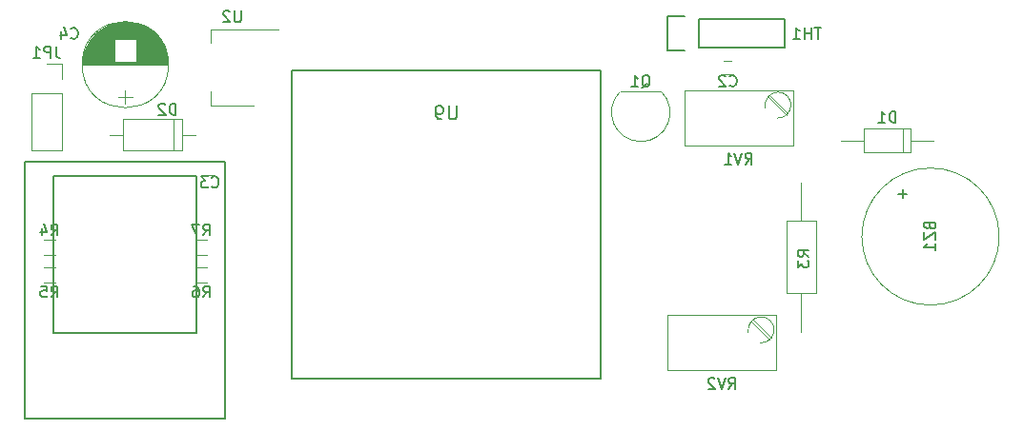
<source format=gbo>
G04 #@! TF.FileFunction,Legend,Bot*
%FSLAX46Y46*%
G04 Gerber Fmt 4.6, Leading zero omitted, Abs format (unit mm)*
G04 Created by KiCad (PCBNEW 4.0.7) date 08/13/18 20:02:33*
%MOMM*%
%LPD*%
G01*
G04 APERTURE LIST*
%ADD10C,0.100000*%
%ADD11C,0.120000*%
%ADD12C,0.150000*%
G04 APERTURE END LIST*
D10*
D11*
X99100000Y-20050000D02*
G75*
G03X99100000Y-20050000I-6100000J0D01*
G01*
X74650000Y-5600000D02*
X75350000Y-5600000D01*
X75350000Y-4400000D02*
X74650000Y-4400000D01*
X28650000Y-14600000D02*
X29350000Y-14600000D01*
X29350000Y-13400000D02*
X28650000Y-13400000D01*
X25340000Y-4750000D02*
G75*
G03X25340000Y-4750000I-3840000J0D01*
G01*
X25300000Y-4750000D02*
X17700000Y-4750000D01*
X25300000Y-4710000D02*
X17700000Y-4710000D01*
X25300000Y-4670000D02*
X17700000Y-4670000D01*
X25299000Y-4630000D02*
X17701000Y-4630000D01*
X25297000Y-4590000D02*
X17703000Y-4590000D01*
X25295000Y-4550000D02*
X17705000Y-4550000D01*
X25293000Y-4510000D02*
X17707000Y-4510000D01*
X25290000Y-4470000D02*
X22480000Y-4470000D01*
X20520000Y-4470000D02*
X17710000Y-4470000D01*
X25287000Y-4430000D02*
X22480000Y-4430000D01*
X20520000Y-4430000D02*
X17713000Y-4430000D01*
X25284000Y-4390000D02*
X22480000Y-4390000D01*
X20520000Y-4390000D02*
X17716000Y-4390000D01*
X25280000Y-4350000D02*
X22480000Y-4350000D01*
X20520000Y-4350000D02*
X17720000Y-4350000D01*
X25275000Y-4310000D02*
X22480000Y-4310000D01*
X20520000Y-4310000D02*
X17725000Y-4310000D01*
X25270000Y-4270000D02*
X22480000Y-4270000D01*
X20520000Y-4270000D02*
X17730000Y-4270000D01*
X25265000Y-4230000D02*
X22480000Y-4230000D01*
X20520000Y-4230000D02*
X17735000Y-4230000D01*
X25259000Y-4190000D02*
X22480000Y-4190000D01*
X20520000Y-4190000D02*
X17741000Y-4190000D01*
X25253000Y-4150000D02*
X22480000Y-4150000D01*
X20520000Y-4150000D02*
X17747000Y-4150000D01*
X25247000Y-4110000D02*
X22480000Y-4110000D01*
X20520000Y-4110000D02*
X17753000Y-4110000D01*
X25240000Y-4070000D02*
X22480000Y-4070000D01*
X20520000Y-4070000D02*
X17760000Y-4070000D01*
X25232000Y-4029000D02*
X22480000Y-4029000D01*
X20520000Y-4029000D02*
X17768000Y-4029000D01*
X25225000Y-3989000D02*
X22480000Y-3989000D01*
X20520000Y-3989000D02*
X17775000Y-3989000D01*
X25216000Y-3949000D02*
X22480000Y-3949000D01*
X20520000Y-3949000D02*
X17784000Y-3949000D01*
X25207000Y-3909000D02*
X22480000Y-3909000D01*
X20520000Y-3909000D02*
X17793000Y-3909000D01*
X25198000Y-3869000D02*
X22480000Y-3869000D01*
X20520000Y-3869000D02*
X17802000Y-3869000D01*
X25189000Y-3829000D02*
X22480000Y-3829000D01*
X20520000Y-3829000D02*
X17811000Y-3829000D01*
X25179000Y-3789000D02*
X22480000Y-3789000D01*
X20520000Y-3789000D02*
X17821000Y-3789000D01*
X25168000Y-3749000D02*
X22480000Y-3749000D01*
X20520000Y-3749000D02*
X17832000Y-3749000D01*
X25157000Y-3709000D02*
X22480000Y-3709000D01*
X20520000Y-3709000D02*
X17843000Y-3709000D01*
X25145000Y-3669000D02*
X22480000Y-3669000D01*
X20520000Y-3669000D02*
X17855000Y-3669000D01*
X25134000Y-3629000D02*
X22480000Y-3629000D01*
X20520000Y-3629000D02*
X17866000Y-3629000D01*
X25121000Y-3589000D02*
X22480000Y-3589000D01*
X20520000Y-3589000D02*
X17879000Y-3589000D01*
X25108000Y-3549000D02*
X22480000Y-3549000D01*
X20520000Y-3549000D02*
X17892000Y-3549000D01*
X25095000Y-3509000D02*
X22480000Y-3509000D01*
X20520000Y-3509000D02*
X17905000Y-3509000D01*
X25081000Y-3469000D02*
X22480000Y-3469000D01*
X20520000Y-3469000D02*
X17919000Y-3469000D01*
X25066000Y-3429000D02*
X22480000Y-3429000D01*
X20520000Y-3429000D02*
X17934000Y-3429000D01*
X25052000Y-3389000D02*
X22480000Y-3389000D01*
X20520000Y-3389000D02*
X17948000Y-3389000D01*
X25036000Y-3349000D02*
X22480000Y-3349000D01*
X20520000Y-3349000D02*
X17964000Y-3349000D01*
X25020000Y-3309000D02*
X22480000Y-3309000D01*
X20520000Y-3309000D02*
X17980000Y-3309000D01*
X25004000Y-3269000D02*
X22480000Y-3269000D01*
X20520000Y-3269000D02*
X17996000Y-3269000D01*
X24987000Y-3229000D02*
X22480000Y-3229000D01*
X20520000Y-3229000D02*
X18013000Y-3229000D01*
X24969000Y-3189000D02*
X22480000Y-3189000D01*
X20520000Y-3189000D02*
X18031000Y-3189000D01*
X24951000Y-3149000D02*
X22480000Y-3149000D01*
X20520000Y-3149000D02*
X18049000Y-3149000D01*
X24933000Y-3109000D02*
X22480000Y-3109000D01*
X20520000Y-3109000D02*
X18067000Y-3109000D01*
X24913000Y-3069000D02*
X22480000Y-3069000D01*
X20520000Y-3069000D02*
X18087000Y-3069000D01*
X24894000Y-3029000D02*
X22480000Y-3029000D01*
X20520000Y-3029000D02*
X18106000Y-3029000D01*
X24873000Y-2989000D02*
X22480000Y-2989000D01*
X20520000Y-2989000D02*
X18127000Y-2989000D01*
X24852000Y-2949000D02*
X22480000Y-2949000D01*
X20520000Y-2949000D02*
X18148000Y-2949000D01*
X24831000Y-2909000D02*
X22480000Y-2909000D01*
X20520000Y-2909000D02*
X18169000Y-2909000D01*
X24809000Y-2869000D02*
X22480000Y-2869000D01*
X20520000Y-2869000D02*
X18191000Y-2869000D01*
X24786000Y-2829000D02*
X22480000Y-2829000D01*
X20520000Y-2829000D02*
X18214000Y-2829000D01*
X24763000Y-2789000D02*
X22480000Y-2789000D01*
X20520000Y-2789000D02*
X18237000Y-2789000D01*
X24739000Y-2749000D02*
X22480000Y-2749000D01*
X20520000Y-2749000D02*
X18261000Y-2749000D01*
X24714000Y-2709000D02*
X22480000Y-2709000D01*
X20520000Y-2709000D02*
X18286000Y-2709000D01*
X24688000Y-2669000D02*
X22480000Y-2669000D01*
X20520000Y-2669000D02*
X18312000Y-2669000D01*
X24662000Y-2629000D02*
X22480000Y-2629000D01*
X20520000Y-2629000D02*
X18338000Y-2629000D01*
X24635000Y-2589000D02*
X22480000Y-2589000D01*
X20520000Y-2589000D02*
X18365000Y-2589000D01*
X24608000Y-2549000D02*
X22480000Y-2549000D01*
X20520000Y-2549000D02*
X18392000Y-2549000D01*
X24579000Y-2509000D02*
X18421000Y-2509000D01*
X24550000Y-2469000D02*
X18450000Y-2469000D01*
X24520000Y-2429000D02*
X18480000Y-2429000D01*
X24490000Y-2389000D02*
X18510000Y-2389000D01*
X24458000Y-2349000D02*
X18542000Y-2349000D01*
X24426000Y-2309000D02*
X18574000Y-2309000D01*
X24392000Y-2269000D02*
X18608000Y-2269000D01*
X24358000Y-2229000D02*
X18642000Y-2229000D01*
X24323000Y-2189000D02*
X18677000Y-2189000D01*
X24286000Y-2149000D02*
X18714000Y-2149000D01*
X24249000Y-2109000D02*
X18751000Y-2109000D01*
X24211000Y-2069000D02*
X18789000Y-2069000D01*
X24171000Y-2029000D02*
X18829000Y-2029000D01*
X24130000Y-1989000D02*
X18870000Y-1989000D01*
X24088000Y-1949000D02*
X18912000Y-1949000D01*
X24045000Y-1909000D02*
X18955000Y-1909000D01*
X24000000Y-1869000D02*
X19000000Y-1869000D01*
X23954000Y-1829000D02*
X19046000Y-1829000D01*
X23907000Y-1789000D02*
X19093000Y-1789000D01*
X23857000Y-1749000D02*
X19143000Y-1749000D01*
X23807000Y-1709000D02*
X19193000Y-1709000D01*
X23754000Y-1669000D02*
X19246000Y-1669000D01*
X23699000Y-1629000D02*
X19301000Y-1629000D01*
X23642000Y-1589000D02*
X19358000Y-1589000D01*
X23583000Y-1549000D02*
X19417000Y-1549000D01*
X23522000Y-1509000D02*
X19478000Y-1509000D01*
X23457000Y-1469000D02*
X19543000Y-1469000D01*
X23390000Y-1429000D02*
X19610000Y-1429000D01*
X23320000Y-1389000D02*
X19680000Y-1389000D01*
X23245000Y-1349000D02*
X19755000Y-1349000D01*
X23167000Y-1309000D02*
X19833000Y-1309000D01*
X23084000Y-1269000D02*
X19916000Y-1269000D01*
X22995000Y-1229000D02*
X20005000Y-1229000D01*
X22900000Y-1189000D02*
X20100000Y-1189000D01*
X22797000Y-1149000D02*
X20203000Y-1149000D01*
X22684000Y-1109000D02*
X20316000Y-1109000D01*
X22557000Y-1069000D02*
X20443000Y-1069000D01*
X22413000Y-1029000D02*
X20587000Y-1029000D01*
X22240000Y-989000D02*
X20760000Y-989000D01*
X22013000Y-949000D02*
X20987000Y-949000D01*
X21500000Y-8200000D02*
X21500000Y-7000000D01*
X22150000Y-7600000D02*
X20850000Y-7600000D01*
X91230000Y-10440000D02*
X91230000Y-12560000D01*
X91230000Y-12560000D02*
X87110000Y-12560000D01*
X87110000Y-12560000D02*
X87110000Y-10440000D01*
X87110000Y-10440000D02*
X91230000Y-10440000D01*
X93270000Y-11500000D02*
X91230000Y-11500000D01*
X85070000Y-11500000D02*
X87110000Y-11500000D01*
X90570000Y-10440000D02*
X90570000Y-12560000D01*
X15830000Y-12410000D02*
X13170000Y-12410000D01*
X15830000Y-7270000D02*
X15830000Y-12410000D01*
X13170000Y-7270000D02*
X13170000Y-12410000D01*
X15830000Y-7270000D02*
X13170000Y-7270000D01*
X15830000Y-6000000D02*
X15830000Y-4670000D01*
X15830000Y-4670000D02*
X14500000Y-4670000D01*
X65470000Y-7150000D02*
X69070000Y-7150000D01*
X65431522Y-7161522D02*
G75*
G03X67270000Y-11600000I1838478J-1838478D01*
G01*
X69108478Y-7161522D02*
G75*
G02X67270000Y-11600000I-1838478J-1838478D01*
G01*
X82810000Y-25090000D02*
X80190000Y-25090000D01*
X80190000Y-25090000D02*
X80190000Y-18670000D01*
X80190000Y-18670000D02*
X82810000Y-18670000D01*
X82810000Y-18670000D02*
X82810000Y-25090000D01*
X81500000Y-28520000D02*
X81500000Y-25090000D01*
X81500000Y-15240000D02*
X81500000Y-18670000D01*
X14250000Y-21680000D02*
X15250000Y-21680000D01*
X15250000Y-20320000D02*
X14250000Y-20320000D01*
X14250000Y-24180000D02*
X15250000Y-24180000D01*
X15250000Y-22820000D02*
X14250000Y-22820000D01*
X28750000Y-22820000D02*
X27750000Y-22820000D01*
X27750000Y-24180000D02*
X28750000Y-24180000D01*
X28750000Y-20320000D02*
X27750000Y-20320000D01*
X27750000Y-21680000D02*
X28750000Y-21680000D01*
X79414691Y-9504296D02*
G75*
G03X79455000Y-7195000I40309J1154296D01*
G01*
X79475121Y-7195948D02*
G75*
G03X78326000Y-8590000I-20121J-1154052D01*
G01*
X71135000Y-11970000D02*
X80785000Y-11970000D01*
X71135000Y-7019000D02*
X80785000Y-7019000D01*
X71135000Y-11970000D02*
X71135000Y-7019000D01*
X80785000Y-11970000D02*
X80785000Y-7019000D01*
X80331000Y-9084000D02*
X78720000Y-7474000D01*
X80191000Y-9225000D02*
X78579000Y-7615000D01*
X77914691Y-29504296D02*
G75*
G03X77955000Y-27195000I40309J1154296D01*
G01*
X77975121Y-27195948D02*
G75*
G03X76826000Y-28590000I-20121J-1154052D01*
G01*
X69635000Y-31970000D02*
X79285000Y-31970000D01*
X69635000Y-27019000D02*
X79285000Y-27019000D01*
X69635000Y-31970000D02*
X69635000Y-27019000D01*
X79285000Y-31970000D02*
X79285000Y-27019000D01*
X78831000Y-29084000D02*
X77220000Y-27474000D01*
X78691000Y-29225000D02*
X77079000Y-27615000D01*
D12*
X72460000Y-730000D02*
X72460000Y-3270000D01*
X80080000Y-730000D02*
X72460000Y-730000D01*
X80080000Y-3270000D02*
X80080000Y-730000D01*
X72460000Y-3270000D02*
X80080000Y-3270000D01*
X69666000Y-476000D02*
X71190000Y-476000D01*
X69666000Y-3524000D02*
X69666000Y-476000D01*
X71190000Y-3524000D02*
X69666000Y-3524000D01*
D11*
X29090000Y-8410000D02*
X29090000Y-7150000D01*
X29090000Y-1590000D02*
X29090000Y-2850000D01*
X32850000Y-8410000D02*
X29090000Y-8410000D01*
X35100000Y-1590000D02*
X29090000Y-1590000D01*
D12*
X27850000Y-14690000D02*
X27850000Y-28660000D01*
X27850000Y-28660000D02*
X15150000Y-28660000D01*
X15150000Y-28660000D02*
X15150000Y-14690000D01*
X15150000Y-14690000D02*
X27850000Y-14690000D01*
X30390000Y-13420000D02*
X12610000Y-13420000D01*
X12610000Y-13420000D02*
X12610000Y-36280000D01*
X12610000Y-36280000D02*
X30390000Y-36280000D01*
X30390000Y-36280000D02*
X30390000Y-13420000D01*
X36284000Y-5284000D02*
X36284000Y-32716000D01*
X63716000Y-5284000D02*
X63716000Y-32716000D01*
X63716000Y-32716000D02*
X36284000Y-32716000D01*
X63716000Y-5284000D02*
X36284000Y-5284000D01*
X63750000Y-10280000D02*
X63750000Y-27720000D01*
X36250000Y-27720000D02*
X36250000Y-10280000D01*
D11*
X26580000Y-9590000D02*
X26580000Y-12410000D01*
X26580000Y-12410000D02*
X21260000Y-12410000D01*
X21260000Y-12410000D02*
X21260000Y-9590000D01*
X21260000Y-9590000D02*
X26580000Y-9590000D01*
X27720000Y-11000000D02*
X26580000Y-11000000D01*
X20120000Y-11000000D02*
X21260000Y-11000000D01*
X25740000Y-9590000D02*
X25740000Y-12410000D01*
D12*
X92928571Y-19119048D02*
X92976190Y-19261905D01*
X93023810Y-19309524D01*
X93119048Y-19357143D01*
X93261905Y-19357143D01*
X93357143Y-19309524D01*
X93404762Y-19261905D01*
X93452381Y-19166667D01*
X93452381Y-18785714D01*
X92452381Y-18785714D01*
X92452381Y-19119048D01*
X92500000Y-19214286D01*
X92547619Y-19261905D01*
X92642857Y-19309524D01*
X92738095Y-19309524D01*
X92833333Y-19261905D01*
X92880952Y-19214286D01*
X92928571Y-19119048D01*
X92928571Y-18785714D01*
X92452381Y-19690476D02*
X92452381Y-20357143D01*
X93452381Y-19690476D01*
X93452381Y-20357143D01*
X93452381Y-21261905D02*
X93452381Y-20690476D01*
X93452381Y-20976190D02*
X92452381Y-20976190D01*
X92595238Y-20880952D01*
X92690476Y-20785714D01*
X92738095Y-20690476D01*
X90531429Y-15859048D02*
X90531429Y-16620953D01*
X90912381Y-16240001D02*
X90150476Y-16240001D01*
X75166666Y-6607143D02*
X75214285Y-6654762D01*
X75357142Y-6702381D01*
X75452380Y-6702381D01*
X75595238Y-6654762D01*
X75690476Y-6559524D01*
X75738095Y-6464286D01*
X75785714Y-6273810D01*
X75785714Y-6130952D01*
X75738095Y-5940476D01*
X75690476Y-5845238D01*
X75595238Y-5750000D01*
X75452380Y-5702381D01*
X75357142Y-5702381D01*
X75214285Y-5750000D01*
X75166666Y-5797619D01*
X74785714Y-5797619D02*
X74738095Y-5750000D01*
X74642857Y-5702381D01*
X74404761Y-5702381D01*
X74309523Y-5750000D01*
X74261904Y-5797619D01*
X74214285Y-5892857D01*
X74214285Y-5988095D01*
X74261904Y-6130952D01*
X74833333Y-6702381D01*
X74214285Y-6702381D01*
X29166666Y-15607143D02*
X29214285Y-15654762D01*
X29357142Y-15702381D01*
X29452380Y-15702381D01*
X29595238Y-15654762D01*
X29690476Y-15559524D01*
X29738095Y-15464286D01*
X29785714Y-15273810D01*
X29785714Y-15130952D01*
X29738095Y-14940476D01*
X29690476Y-14845238D01*
X29595238Y-14750000D01*
X29452380Y-14702381D01*
X29357142Y-14702381D01*
X29214285Y-14750000D01*
X29166666Y-14797619D01*
X28833333Y-14702381D02*
X28214285Y-14702381D01*
X28547619Y-15083333D01*
X28404761Y-15083333D01*
X28309523Y-15130952D01*
X28261904Y-15178571D01*
X28214285Y-15273810D01*
X28214285Y-15511905D01*
X28261904Y-15607143D01*
X28309523Y-15654762D01*
X28404761Y-15702381D01*
X28690476Y-15702381D01*
X28785714Y-15654762D01*
X28833333Y-15607143D01*
X16666666Y-2357143D02*
X16714285Y-2404762D01*
X16857142Y-2452381D01*
X16952380Y-2452381D01*
X17095238Y-2404762D01*
X17190476Y-2309524D01*
X17238095Y-2214286D01*
X17285714Y-2023810D01*
X17285714Y-1880952D01*
X17238095Y-1690476D01*
X17190476Y-1595238D01*
X17095238Y-1500000D01*
X16952380Y-1452381D01*
X16857142Y-1452381D01*
X16714285Y-1500000D01*
X16666666Y-1547619D01*
X15809523Y-1785714D02*
X15809523Y-2452381D01*
X16047619Y-1404762D02*
X16285714Y-2119048D01*
X15666666Y-2119048D01*
X89908095Y-9892381D02*
X89908095Y-8892381D01*
X89670000Y-8892381D01*
X89527142Y-8940000D01*
X89431904Y-9035238D01*
X89384285Y-9130476D01*
X89336666Y-9320952D01*
X89336666Y-9463810D01*
X89384285Y-9654286D01*
X89431904Y-9749524D01*
X89527142Y-9844762D01*
X89670000Y-9892381D01*
X89908095Y-9892381D01*
X88384285Y-9892381D02*
X88955714Y-9892381D01*
X88670000Y-9892381D02*
X88670000Y-8892381D01*
X88765238Y-9035238D01*
X88860476Y-9130476D01*
X88955714Y-9178095D01*
X15333333Y-3122381D02*
X15333333Y-3836667D01*
X15380953Y-3979524D01*
X15476191Y-4074762D01*
X15619048Y-4122381D01*
X15714286Y-4122381D01*
X14857143Y-4122381D02*
X14857143Y-3122381D01*
X14476190Y-3122381D01*
X14380952Y-3170000D01*
X14333333Y-3217619D01*
X14285714Y-3312857D01*
X14285714Y-3455714D01*
X14333333Y-3550952D01*
X14380952Y-3598571D01*
X14476190Y-3646190D01*
X14857143Y-3646190D01*
X13333333Y-4122381D02*
X13904762Y-4122381D01*
X13619048Y-4122381D02*
X13619048Y-3122381D01*
X13714286Y-3265238D01*
X13809524Y-3360476D01*
X13904762Y-3408095D01*
X67345238Y-6797619D02*
X67440476Y-6750000D01*
X67535714Y-6654762D01*
X67678571Y-6511905D01*
X67773810Y-6464286D01*
X67869048Y-6464286D01*
X67821429Y-6702381D02*
X67916667Y-6654762D01*
X68011905Y-6559524D01*
X68059524Y-6369048D01*
X68059524Y-6035714D01*
X68011905Y-5845238D01*
X67916667Y-5750000D01*
X67821429Y-5702381D01*
X67630952Y-5702381D01*
X67535714Y-5750000D01*
X67440476Y-5845238D01*
X67392857Y-6035714D01*
X67392857Y-6369048D01*
X67440476Y-6559524D01*
X67535714Y-6654762D01*
X67630952Y-6702381D01*
X67821429Y-6702381D01*
X66440476Y-6702381D02*
X67011905Y-6702381D01*
X66726191Y-6702381D02*
X66726191Y-5702381D01*
X66821429Y-5845238D01*
X66916667Y-5940476D01*
X67011905Y-5988095D01*
X82202381Y-21833334D02*
X81726190Y-21500000D01*
X82202381Y-21261905D02*
X81202381Y-21261905D01*
X81202381Y-21642858D01*
X81250000Y-21738096D01*
X81297619Y-21785715D01*
X81392857Y-21833334D01*
X81535714Y-21833334D01*
X81630952Y-21785715D01*
X81678571Y-21738096D01*
X81726190Y-21642858D01*
X81726190Y-21261905D01*
X81202381Y-22166667D02*
X81202381Y-22785715D01*
X81583333Y-22452381D01*
X81583333Y-22595239D01*
X81630952Y-22690477D01*
X81678571Y-22738096D01*
X81773810Y-22785715D01*
X82011905Y-22785715D01*
X82107143Y-22738096D01*
X82154762Y-22690477D01*
X82202381Y-22595239D01*
X82202381Y-22309524D01*
X82154762Y-22214286D01*
X82107143Y-22166667D01*
X14916666Y-19952381D02*
X15250000Y-19476190D01*
X15488095Y-19952381D02*
X15488095Y-18952381D01*
X15107142Y-18952381D01*
X15011904Y-19000000D01*
X14964285Y-19047619D01*
X14916666Y-19142857D01*
X14916666Y-19285714D01*
X14964285Y-19380952D01*
X15011904Y-19428571D01*
X15107142Y-19476190D01*
X15488095Y-19476190D01*
X14059523Y-19285714D02*
X14059523Y-19952381D01*
X14297619Y-18904762D02*
X14535714Y-19619048D01*
X13916666Y-19619048D01*
X14916666Y-25452381D02*
X15250000Y-24976190D01*
X15488095Y-25452381D02*
X15488095Y-24452381D01*
X15107142Y-24452381D01*
X15011904Y-24500000D01*
X14964285Y-24547619D01*
X14916666Y-24642857D01*
X14916666Y-24785714D01*
X14964285Y-24880952D01*
X15011904Y-24928571D01*
X15107142Y-24976190D01*
X15488095Y-24976190D01*
X14011904Y-24452381D02*
X14488095Y-24452381D01*
X14535714Y-24928571D01*
X14488095Y-24880952D01*
X14392857Y-24833333D01*
X14154761Y-24833333D01*
X14059523Y-24880952D01*
X14011904Y-24928571D01*
X13964285Y-25023810D01*
X13964285Y-25261905D01*
X14011904Y-25357143D01*
X14059523Y-25404762D01*
X14154761Y-25452381D01*
X14392857Y-25452381D01*
X14488095Y-25404762D01*
X14535714Y-25357143D01*
X28416666Y-25452381D02*
X28750000Y-24976190D01*
X28988095Y-25452381D02*
X28988095Y-24452381D01*
X28607142Y-24452381D01*
X28511904Y-24500000D01*
X28464285Y-24547619D01*
X28416666Y-24642857D01*
X28416666Y-24785714D01*
X28464285Y-24880952D01*
X28511904Y-24928571D01*
X28607142Y-24976190D01*
X28988095Y-24976190D01*
X27559523Y-24452381D02*
X27750000Y-24452381D01*
X27845238Y-24500000D01*
X27892857Y-24547619D01*
X27988095Y-24690476D01*
X28035714Y-24880952D01*
X28035714Y-25261905D01*
X27988095Y-25357143D01*
X27940476Y-25404762D01*
X27845238Y-25452381D01*
X27654761Y-25452381D01*
X27559523Y-25404762D01*
X27511904Y-25357143D01*
X27464285Y-25261905D01*
X27464285Y-25023810D01*
X27511904Y-24928571D01*
X27559523Y-24880952D01*
X27654761Y-24833333D01*
X27845238Y-24833333D01*
X27940476Y-24880952D01*
X27988095Y-24928571D01*
X28035714Y-25023810D01*
X28416666Y-19952381D02*
X28750000Y-19476190D01*
X28988095Y-19952381D02*
X28988095Y-18952381D01*
X28607142Y-18952381D01*
X28511904Y-19000000D01*
X28464285Y-19047619D01*
X28416666Y-19142857D01*
X28416666Y-19285714D01*
X28464285Y-19380952D01*
X28511904Y-19428571D01*
X28607142Y-19476190D01*
X28988095Y-19476190D01*
X28083333Y-18952381D02*
X27416666Y-18952381D01*
X27845238Y-19952381D01*
X76555238Y-13612381D02*
X76888572Y-13136190D01*
X77126667Y-13612381D02*
X77126667Y-12612381D01*
X76745714Y-12612381D01*
X76650476Y-12660000D01*
X76602857Y-12707619D01*
X76555238Y-12802857D01*
X76555238Y-12945714D01*
X76602857Y-13040952D01*
X76650476Y-13088571D01*
X76745714Y-13136190D01*
X77126667Y-13136190D01*
X76269524Y-12612381D02*
X75936191Y-13612381D01*
X75602857Y-12612381D01*
X74745714Y-13612381D02*
X75317143Y-13612381D01*
X75031429Y-13612381D02*
X75031429Y-12612381D01*
X75126667Y-12755238D01*
X75221905Y-12850476D01*
X75317143Y-12898095D01*
X75055238Y-33612381D02*
X75388572Y-33136190D01*
X75626667Y-33612381D02*
X75626667Y-32612381D01*
X75245714Y-32612381D01*
X75150476Y-32660000D01*
X75102857Y-32707619D01*
X75055238Y-32802857D01*
X75055238Y-32945714D01*
X75102857Y-33040952D01*
X75150476Y-33088571D01*
X75245714Y-33136190D01*
X75626667Y-33136190D01*
X74769524Y-32612381D02*
X74436191Y-33612381D01*
X74102857Y-32612381D01*
X73817143Y-32707619D02*
X73769524Y-32660000D01*
X73674286Y-32612381D01*
X73436190Y-32612381D01*
X73340952Y-32660000D01*
X73293333Y-32707619D01*
X73245714Y-32802857D01*
X73245714Y-32898095D01*
X73293333Y-33040952D01*
X73864762Y-33612381D01*
X73245714Y-33612381D01*
X83285714Y-1452381D02*
X82714285Y-1452381D01*
X83000000Y-2452381D02*
X83000000Y-1452381D01*
X82380952Y-2452381D02*
X82380952Y-1452381D01*
X82380952Y-1928571D02*
X81809523Y-1928571D01*
X81809523Y-2452381D02*
X81809523Y-1452381D01*
X80809523Y-2452381D02*
X81380952Y-2452381D01*
X81095238Y-2452381D02*
X81095238Y-1452381D01*
X81190476Y-1595238D01*
X81285714Y-1690476D01*
X81380952Y-1738095D01*
X31761905Y47619D02*
X31761905Y-761905D01*
X31714286Y-857143D01*
X31666667Y-904762D01*
X31571429Y-952381D01*
X31380952Y-952381D01*
X31285714Y-904762D01*
X31238095Y-857143D01*
X31190476Y-761905D01*
X31190476Y47619D01*
X30761905Y-47619D02*
X30714286Y0D01*
X30619048Y47619D01*
X30380952Y47619D01*
X30285714Y0D01*
X30238095Y-47619D01*
X30190476Y-142857D01*
X30190476Y-238095D01*
X30238095Y-380952D01*
X30809524Y-952381D01*
X30190476Y-952381D01*
X50914286Y-8422857D02*
X50914286Y-9394286D01*
X50857143Y-9508571D01*
X50800000Y-9565714D01*
X50685714Y-9622857D01*
X50457143Y-9622857D01*
X50342857Y-9565714D01*
X50285714Y-9508571D01*
X50228571Y-9394286D01*
X50228571Y-8422857D01*
X49600000Y-9622857D02*
X49371428Y-9622857D01*
X49257143Y-9565714D01*
X49200000Y-9508571D01*
X49085714Y-9337143D01*
X49028571Y-9108571D01*
X49028571Y-8651429D01*
X49085714Y-8537143D01*
X49142857Y-8480000D01*
X49257143Y-8422857D01*
X49485714Y-8422857D01*
X49600000Y-8480000D01*
X49657143Y-8537143D01*
X49714286Y-8651429D01*
X49714286Y-8937143D01*
X49657143Y-9051429D01*
X49600000Y-9108571D01*
X49485714Y-9165714D01*
X49257143Y-9165714D01*
X49142857Y-9108571D01*
X49085714Y-9051429D01*
X49028571Y-8937143D01*
X25988095Y-9202381D02*
X25988095Y-8202381D01*
X25750000Y-8202381D01*
X25607142Y-8250000D01*
X25511904Y-8345238D01*
X25464285Y-8440476D01*
X25416666Y-8630952D01*
X25416666Y-8773810D01*
X25464285Y-8964286D01*
X25511904Y-9059524D01*
X25607142Y-9154762D01*
X25750000Y-9202381D01*
X25988095Y-9202381D01*
X25035714Y-8297619D02*
X24988095Y-8250000D01*
X24892857Y-8202381D01*
X24654761Y-8202381D01*
X24559523Y-8250000D01*
X24511904Y-8297619D01*
X24464285Y-8392857D01*
X24464285Y-8488095D01*
X24511904Y-8630952D01*
X25083333Y-9202381D01*
X24464285Y-9202381D01*
M02*

</source>
